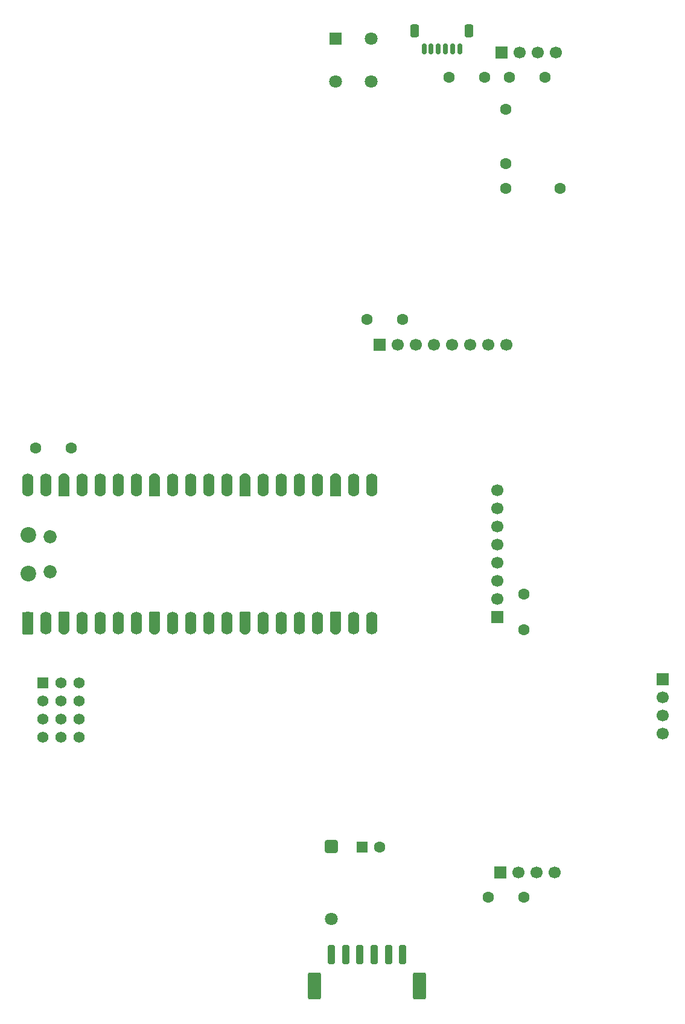
<source format=gbr>
%TF.GenerationSoftware,KiCad,Pcbnew,9.0.6*%
%TF.CreationDate,2025-12-22T22:41:29-05:00*%
%TF.ProjectId,TacoCopter_Flight_Controller,5461636f-436f-4707-9465-725f466c6967,rev?*%
%TF.SameCoordinates,Original*%
%TF.FileFunction,Soldermask,Top*%
%TF.FilePolarity,Negative*%
%FSLAX46Y46*%
G04 Gerber Fmt 4.6, Leading zero omitted, Abs format (unit mm)*
G04 Created by KiCad (PCBNEW 9.0.6) date 2025-12-22 22:41:29*
%MOMM*%
%LPD*%
G01*
G04 APERTURE LIST*
G04 Aperture macros list*
%AMRoundRect*
0 Rectangle with rounded corners*
0 $1 Rounding radius*
0 $2 $3 $4 $5 $6 $7 $8 $9 X,Y pos of 4 corners*
0 Add a 4 corners polygon primitive as box body*
4,1,4,$2,$3,$4,$5,$6,$7,$8,$9,$2,$3,0*
0 Add four circle primitives for the rounded corners*
1,1,$1+$1,$2,$3*
1,1,$1+$1,$4,$5*
1,1,$1+$1,$6,$7*
1,1,$1+$1,$8,$9*
0 Add four rect primitives between the rounded corners*
20,1,$1+$1,$2,$3,$4,$5,0*
20,1,$1+$1,$4,$5,$6,$7,0*
20,1,$1+$1,$6,$7,$8,$9,0*
20,1,$1+$1,$8,$9,$2,$3,0*%
%AMFreePoly0*
4,1,37,0.800000,0.796148,0.878414,0.796148,1.032228,0.765552,1.177117,0.705537,1.307515,0.618408,1.418408,0.507515,1.505537,0.377117,1.565552,0.232228,1.596148,0.078414,1.596148,-0.078414,1.565552,-0.232228,1.505537,-0.377117,1.418408,-0.507515,1.307515,-0.618408,1.177117,-0.705537,1.032228,-0.765552,0.878414,-0.796148,0.800000,-0.796148,0.800000,-0.800000,-1.400000,-0.800000,
-1.403843,-0.796157,-1.439018,-0.796157,-1.511114,-0.766294,-1.566294,-0.711114,-1.596157,-0.639018,-1.596157,-0.603843,-1.600000,-0.600000,-1.600000,0.600000,-1.596157,0.603843,-1.596157,0.639018,-1.566294,0.711114,-1.511114,0.766294,-1.439018,0.796157,-1.403843,0.796157,-1.400000,0.800000,0.800000,0.800000,0.800000,0.796148,0.800000,0.796148,$1*%
%AMFreePoly1*
4,1,37,0.000000,0.796148,0.078414,0.796148,0.232228,0.765552,0.377117,0.705537,0.507515,0.618408,0.618408,0.507515,0.705537,0.377117,0.765552,0.232228,0.796148,0.078414,0.796148,-0.078414,0.765552,-0.232228,0.705537,-0.377117,0.618408,-0.507515,0.507515,-0.618408,0.377117,-0.705537,0.232228,-0.765552,0.078414,-0.796148,0.000000,-0.796148,0.000000,-0.800000,-0.600000,-0.800000,
-0.603843,-0.796157,-0.639018,-0.796157,-0.711114,-0.766294,-0.766294,-0.711114,-0.796157,-0.639018,-0.796157,-0.603843,-0.800000,-0.600000,-0.800000,0.600000,-0.796157,0.603843,-0.796157,0.639018,-0.766294,0.711114,-0.711114,0.766294,-0.639018,0.796157,-0.603843,0.796157,-0.600000,0.800000,0.000000,0.800000,0.000000,0.796148,0.000000,0.796148,$1*%
%AMFreePoly2*
4,1,37,0.603843,0.796157,0.639018,0.796157,0.711114,0.766294,0.766294,0.711114,0.796157,0.639018,0.796157,0.603843,0.800000,0.600000,0.800000,-0.600000,0.796157,-0.603843,0.796157,-0.639018,0.766294,-0.711114,0.711114,-0.766294,0.639018,-0.796157,0.603843,-0.796157,0.600000,-0.800000,0.000000,-0.800000,0.000000,-0.796148,-0.078414,-0.796148,-0.232228,-0.765552,-0.377117,-0.705537,
-0.507515,-0.618408,-0.618408,-0.507515,-0.705537,-0.377117,-0.765552,-0.232228,-0.796148,-0.078414,-0.796148,0.078414,-0.765552,0.232228,-0.705537,0.377117,-0.618408,0.507515,-0.507515,0.618408,-0.377117,0.705537,-0.232228,0.765552,-0.078414,0.796148,0.000000,0.796148,0.000000,0.800000,0.600000,0.800000,0.603843,0.796157,0.603843,0.796157,$1*%
%AMFreePoly3*
4,1,37,1.403843,0.796157,1.439018,0.796157,1.511114,0.766294,1.566294,0.711114,1.596157,0.639018,1.596157,0.603843,1.600000,0.600000,1.600000,-0.600000,1.596157,-0.603843,1.596157,-0.639018,1.566294,-0.711114,1.511114,-0.766294,1.439018,-0.796157,1.403843,-0.796157,1.400000,-0.800000,-0.800000,-0.800000,-0.800000,-0.796148,-0.878414,-0.796148,-1.032228,-0.765552,-1.177117,-0.705537,
-1.307515,-0.618408,-1.418408,-0.507515,-1.505537,-0.377117,-1.565552,-0.232228,-1.596148,-0.078414,-1.596148,0.078414,-1.565552,0.232228,-1.505537,0.377117,-1.418408,0.507515,-1.307515,0.618408,-1.177117,0.705537,-1.032228,0.765552,-0.878414,0.796148,-0.800000,0.796148,-0.800000,0.800000,1.400000,0.800000,1.403843,0.796157,1.403843,0.796157,$1*%
G04 Aperture macros list end*
%ADD10R,1.700000X1.700000*%
%ADD11C,1.700000*%
%ADD12RoundRect,0.800000X0.000010X-0.800000X0.000010X0.800000X-0.000010X0.800000X-0.000010X-0.800000X0*%
%ADD13C,1.600000*%
%ADD14FreePoly0,90.000000*%
%ADD15FreePoly1,90.000000*%
%ADD16FreePoly2,90.000000*%
%ADD17FreePoly3,90.000000*%
%ADD18RoundRect,0.200000X0.600000X-0.600000X0.600000X0.600000X-0.600000X0.600000X-0.600000X-0.600000X0*%
%ADD19C,2.200000*%
%ADD20C,1.850000*%
%ADD21RoundRect,0.250000X-0.550000X-0.550000X0.550000X-0.550000X0.550000X0.550000X-0.550000X0.550000X0*%
%ADD22R,1.800000X1.800000*%
%ADD23C,1.800000*%
%ADD24RoundRect,0.250000X-0.250000X-1.100000X0.250000X-1.100000X0.250000X1.100000X-0.250000X1.100000X0*%
%ADD25RoundRect,0.250000X-0.650000X-1.650000X0.650000X-1.650000X0.650000X1.650000X-0.650000X1.650000X0*%
%ADD26RoundRect,0.102000X-0.685000X0.685000X-0.685000X-0.685000X0.685000X-0.685000X0.685000X0.685000X0*%
%ADD27C,1.574000*%
%ADD28RoundRect,0.150000X-0.150000X-0.625000X0.150000X-0.625000X0.150000X0.625000X-0.150000X0.625000X0*%
%ADD29RoundRect,0.250000X-0.350000X-0.650000X0.350000X-0.650000X0.350000X0.650000X-0.350000X0.650000X0*%
%ADD30RoundRect,0.250000X-0.650000X0.650000X-0.650000X-0.650000X0.650000X-0.650000X0.650000X0.650000X0*%
G04 APERTURE END LIST*
D10*
%TO.C,U1*%
X157759637Y-108700000D03*
D11*
X157759637Y-106160000D03*
X157759637Y-103620000D03*
X157759637Y-101080000D03*
X157759637Y-98540000D03*
X157759637Y-96000000D03*
X157759637Y-93460000D03*
X157759637Y-90920000D03*
%TD*%
D12*
%TO.C,A1*%
X91900000Y-90200000D03*
D13*
X91900000Y-91000000D03*
D12*
X94440000Y-90200000D03*
D13*
X94440000Y-91000000D03*
D14*
X96980000Y-90200000D03*
D15*
X96980000Y-91000000D03*
D12*
X99520000Y-90200000D03*
D13*
X99520000Y-91000000D03*
D12*
X102060000Y-90200000D03*
D13*
X102060000Y-91000000D03*
D12*
X104600000Y-90200000D03*
D13*
X104600000Y-91000000D03*
D12*
X107140000Y-90200000D03*
D13*
X107140000Y-91000000D03*
D14*
X109680000Y-90200000D03*
D15*
X109680000Y-91000000D03*
D12*
X112220000Y-90200000D03*
D13*
X112220000Y-91000000D03*
D12*
X114760000Y-90200000D03*
D13*
X114760000Y-91000000D03*
D12*
X117300000Y-90200000D03*
D13*
X117300000Y-91000000D03*
D12*
X119840000Y-90200000D03*
D13*
X119840000Y-91000000D03*
D14*
X122380000Y-90200000D03*
D15*
X122380000Y-91000000D03*
D12*
X124920000Y-90200000D03*
D13*
X124920000Y-91000000D03*
D12*
X127460000Y-90200000D03*
D13*
X127460000Y-91000000D03*
D12*
X130000000Y-90200000D03*
D13*
X130000000Y-91000000D03*
D12*
X132540000Y-90200000D03*
D13*
X132540000Y-91000000D03*
D14*
X135080000Y-90200000D03*
D15*
X135080000Y-91000000D03*
D12*
X137620000Y-90200000D03*
D13*
X137620000Y-91000000D03*
D12*
X140160000Y-90200000D03*
D13*
X140160000Y-91000000D03*
X140160000Y-108780000D03*
D12*
X140160000Y-109580000D03*
D13*
X137620000Y-108780000D03*
D12*
X137620000Y-109580000D03*
D16*
X135080000Y-108780000D03*
D17*
X135080000Y-109580000D03*
D13*
X132540000Y-108780000D03*
D12*
X132540000Y-109580000D03*
D13*
X130000000Y-108780000D03*
D12*
X130000000Y-109580000D03*
D13*
X127460000Y-108780000D03*
D12*
X127460000Y-109580000D03*
D13*
X124920000Y-108780000D03*
D12*
X124920000Y-109580000D03*
D16*
X122380000Y-108780000D03*
D17*
X122380000Y-109580000D03*
D13*
X119840000Y-108780000D03*
D12*
X119840000Y-109580000D03*
D13*
X117300000Y-108780000D03*
D12*
X117300000Y-109580000D03*
D13*
X114760000Y-108780000D03*
D12*
X114760000Y-109580000D03*
D13*
X112220000Y-108780000D03*
D12*
X112220000Y-109580000D03*
D16*
X109680000Y-108780000D03*
D17*
X109680000Y-109580000D03*
D13*
X107140000Y-108780000D03*
D12*
X107140000Y-109580000D03*
D13*
X104600000Y-108780000D03*
D12*
X104600000Y-109580000D03*
D13*
X102060000Y-108780000D03*
D12*
X102060000Y-109580000D03*
D13*
X99520000Y-108780000D03*
D12*
X99520000Y-109580000D03*
D16*
X96980000Y-108780000D03*
D17*
X96980000Y-109580000D03*
D13*
X94440000Y-108780000D03*
D12*
X94440000Y-109580000D03*
D18*
X91900000Y-108780000D03*
D14*
X91900000Y-109580000D03*
D19*
X92030000Y-97165000D03*
D20*
X95060000Y-97465000D03*
X95060000Y-102315000D03*
D19*
X92030000Y-102615000D03*
%TD*%
D13*
%TO.C,C7*%
X98000000Y-85000000D03*
X93000000Y-85000000D03*
%TD*%
%TO.C,C6*%
X156000000Y-33000000D03*
X151000000Y-33000000D03*
%TD*%
%TO.C,C5*%
X161500000Y-110500000D03*
X161500000Y-105500000D03*
%TD*%
%TO.C,C4*%
X161500000Y-148000000D03*
X156500000Y-148000000D03*
%TD*%
%TO.C,C3*%
X164500000Y-33000000D03*
X159500000Y-33000000D03*
%TD*%
D21*
%TO.C,C2*%
X138794888Y-141000000D03*
D13*
X141294888Y-141000000D03*
%TD*%
%TO.C,C1*%
X144500000Y-67000000D03*
X139500000Y-67000000D03*
%TD*%
%TO.C,R1*%
X159000000Y-37500000D03*
X159000000Y-45120000D03*
%TD*%
D22*
%TO.C,SW1*%
X135077500Y-27577500D03*
D23*
X140077500Y-27577500D03*
X135077500Y-33577500D03*
X140077500Y-33577500D03*
%TD*%
D10*
%TO.C,J4*%
X181000000Y-117460000D03*
D11*
X181000000Y-120000000D03*
X181000000Y-122540000D03*
X181000000Y-125080000D03*
%TD*%
D24*
%TO.C,J1*%
X134500000Y-156000000D03*
X136500000Y-156000000D03*
X138500000Y-156000000D03*
X140500000Y-156000000D03*
X142500000Y-156000000D03*
X144500000Y-156000000D03*
D25*
X132150000Y-160450000D03*
X146850000Y-160450000D03*
%TD*%
D26*
%TO.C,J2*%
X94000000Y-117920000D03*
D27*
X96540000Y-117920000D03*
X99080000Y-117920000D03*
X94000000Y-120460000D03*
X96540000Y-120460000D03*
X99080000Y-120460000D03*
X94000000Y-123000000D03*
X96540000Y-123000000D03*
X99080000Y-123000000D03*
X94000000Y-125540000D03*
X96540000Y-125540000D03*
X99080000Y-125540000D03*
%TD*%
D10*
%TO.C,J6*%
X158190000Y-144500000D03*
D11*
X160730000Y-144500000D03*
X163270000Y-144500000D03*
X165810000Y-144500000D03*
%TD*%
D10*
%TO.C,U2*%
X141300000Y-70500000D03*
D11*
X143840000Y-70500000D03*
X146380000Y-70500000D03*
X148920000Y-70500000D03*
X151460000Y-70500000D03*
X154000000Y-70500000D03*
X156540000Y-70500000D03*
X159080000Y-70500000D03*
%TD*%
D28*
%TO.C,J3*%
X147500000Y-29000000D03*
X148500000Y-29000000D03*
X149500000Y-29000000D03*
X150500000Y-29000000D03*
X151500000Y-29000000D03*
X152500000Y-29000000D03*
D29*
X146200000Y-26475000D03*
X153800000Y-26475000D03*
%TD*%
D30*
%TO.C,D1*%
X134500000Y-140920000D03*
D23*
X134500000Y-151080000D03*
%TD*%
D13*
%TO.C,R2*%
X166620000Y-48550000D03*
X159000000Y-48550000D03*
%TD*%
D10*
%TO.C,J5*%
X158380000Y-29500000D03*
D11*
X160920000Y-29500000D03*
X163460000Y-29500000D03*
X166000000Y-29500000D03*
%TD*%
M02*

</source>
